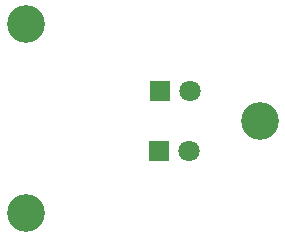
<source format=gbr>
%TF.GenerationSoftware,KiCad,Pcbnew,8.0.5*%
%TF.CreationDate,2025-01-14T10:13:25+01:00*%
%TF.ProjectId,SinglePoint,53696e67-6c65-4506-9f69-6e742e6b6963,rev?*%
%TF.SameCoordinates,Original*%
%TF.FileFunction,Soldermask,Bot*%
%TF.FilePolarity,Negative*%
%FSLAX46Y46*%
G04 Gerber Fmt 4.6, Leading zero omitted, Abs format (unit mm)*
G04 Created by KiCad (PCBNEW 8.0.5) date 2025-01-14 10:13:25*
%MOMM*%
%LPD*%
G01*
G04 APERTURE LIST*
%ADD10C,3.200000*%
%ADD11R,1.800000X1.800000*%
%ADD12C,1.800000*%
G04 APERTURE END LIST*
D10*
%TO.C,REF\u002A\u002A*%
X51819000Y-61216000D03*
%TD*%
D11*
%TO.C,D1*%
X43331249Y-58668235D03*
D12*
X45871249Y-58668235D03*
%TD*%
D10*
%TO.C,REF\u002A\u002A*%
X32000000Y-53000000D03*
%TD*%
D11*
%TO.C,D2*%
X43309874Y-63734132D03*
D12*
X45849874Y-63734132D03*
%TD*%
D10*
%TO.C,REF\u002A\u002A*%
X32000000Y-69000000D03*
%TD*%
M02*

</source>
